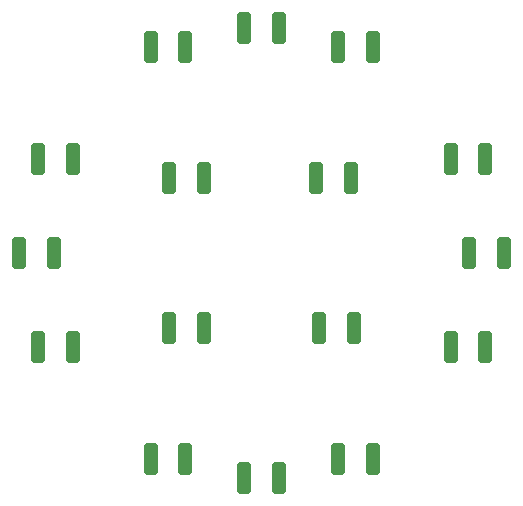
<source format=gbr>
%TF.GenerationSoftware,KiCad,Pcbnew,9.0.2*%
%TF.CreationDate,2025-05-27T11:43:11-07:00*%
%TF.ProjectId,16_6mSiPMs_9,31365f36-6d53-4695-904d-735f392e6b69,rev?*%
%TF.SameCoordinates,Original*%
%TF.FileFunction,Paste,Bot*%
%TF.FilePolarity,Positive*%
%FSLAX46Y46*%
G04 Gerber Fmt 4.6, Leading zero omitted, Abs format (unit mm)*
G04 Created by KiCad (PCBNEW 9.0.2) date 2025-05-27 11:43:11*
%MOMM*%
%LPD*%
G01*
G04 APERTURE LIST*
G04 Aperture macros list*
%AMRoundRect*
0 Rectangle with rounded corners*
0 $1 Rounding radius*
0 $2 $3 $4 $5 $6 $7 $8 $9 X,Y pos of 4 corners*
0 Add a 4 corners polygon primitive as box body*
4,1,4,$2,$3,$4,$5,$6,$7,$8,$9,$2,$3,0*
0 Add four circle primitives for the rounded corners*
1,1,$1+$1,$2,$3*
1,1,$1+$1,$4,$5*
1,1,$1+$1,$6,$7*
1,1,$1+$1,$8,$9*
0 Add four rect primitives between the rounded corners*
20,1,$1+$1,$2,$3,$4,$5,0*
20,1,$1+$1,$4,$5,$6,$7,0*
20,1,$1+$1,$6,$7,$8,$9,0*
20,1,$1+$1,$8,$9,$2,$3,0*%
G04 Aperture macros list end*
%ADD10RoundRect,0.250000X-0.325000X-1.100000X0.325000X-1.100000X0.325000X1.100000X-0.325000X1.100000X0*%
G04 APERTURE END LIST*
D10*
%TO.C,10 nF*%
X228325000Y-96450000D03*
X231275000Y-96450000D03*
%TD*%
%TO.C,10 nF*%
X215875000Y-109150000D03*
X218825000Y-109150000D03*
%TD*%
%TO.C,10 nF*%
X241275000Y-102800000D03*
X244225000Y-102800000D03*
%TD*%
%TO.C,10 nF*%
X228575000Y-109150000D03*
X231525000Y-109150000D03*
%TD*%
%TO.C,10 nF*%
X203175000Y-102800000D03*
X206125000Y-102800000D03*
%TD*%
%TO.C,10 nF*%
X230162500Y-120262500D03*
X233112500Y-120262500D03*
%TD*%
%TO.C,10 nF*%
X204762500Y-94862500D03*
X207712500Y-94862500D03*
%TD*%
%TO.C,10 nF*%
X230162500Y-85337500D03*
X233112500Y-85337500D03*
%TD*%
%TO.C,10 nF*%
X222225000Y-83750000D03*
X225175000Y-83750000D03*
%TD*%
%TO.C,10 nF*%
X215875000Y-96450000D03*
X218825000Y-96450000D03*
%TD*%
%TO.C,10 nF*%
X214287500Y-120262500D03*
X217237500Y-120262500D03*
%TD*%
%TO.C,10 nF*%
X239687500Y-110737500D03*
X242637500Y-110737500D03*
%TD*%
%TO.C,10 nF*%
X204762500Y-110737500D03*
X207712500Y-110737500D03*
%TD*%
%TO.C,10 nF*%
X222225000Y-121850000D03*
X225175000Y-121850000D03*
%TD*%
%TO.C,10 nF*%
X214287500Y-85337500D03*
X217237500Y-85337500D03*
%TD*%
%TO.C,10 nF*%
X239687500Y-94862500D03*
X242637500Y-94862500D03*
%TD*%
M02*

</source>
